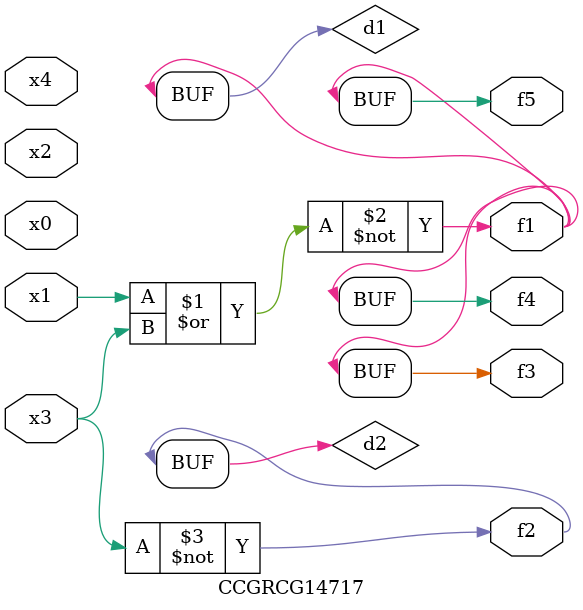
<source format=v>
module CCGRCG14717(
	input x0, x1, x2, x3, x4,
	output f1, f2, f3, f4, f5
);

	wire d1, d2;

	nor (d1, x1, x3);
	not (d2, x3);
	assign f1 = d1;
	assign f2 = d2;
	assign f3 = d1;
	assign f4 = d1;
	assign f5 = d1;
endmodule

</source>
